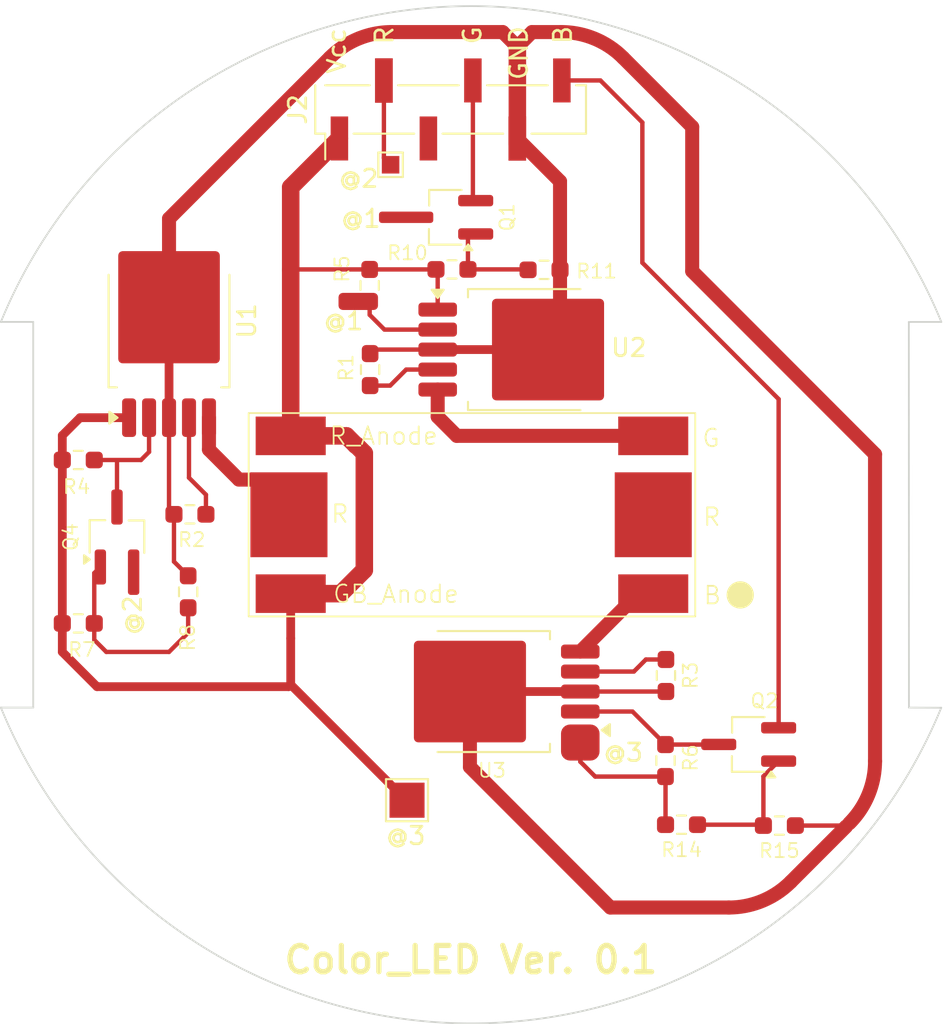
<source format=kicad_pcb>
(kicad_pcb (version 20241229) (generator "pcbnew") (generator_version "9.0")
  (layers (0 "F.Cu" signal) (2 "B.Cu" signal) (13 "F.Paste" user) (15 "B.Paste" user) (5 "F.SilkS" user "F.Silkscreen") (7 "B.SilkS" user "B.Silkscreen") (1 "F.Mask" user) (3 "B.Mask" user) (25 "Edge.Cuts" user))
  (net 0 "")
  (net 1 "/EN_R")
  (net 2 "/EN_G")
  (net 3 "GND")
  (net 4 "/EN_B")
  (net 5 "Net-(U2-Rs)")
  (net 6 "Net-(U1-Rs)")
  (net 7 "Net-(U3-Rs)")
  (net 9 "/Cathode_R")
  (net 10 "/5V")
  (net 11 "/Cathode_G")
  (net 12 "/Cathode_B")
  (net 13 "Net-(Q1-D)")
  (net 14 "Net-(Q1-G)")
  (net 15 "Net-(Q2-D)")
  (net 16 "Net-(Q2-G)")
  (net 17 "Net-(Q4-G)")
  (net 18 "Net-(Q4-D)")
  (footprint "Package_TO_SOT_SMD:TO-252-5_TabPin3" (layer "F.Cu") (at 144.9918 79.7316)
    (property "Reference" "U2" (at 5.8736 -0.107 0) (layer "F.SilkS"))
    (property "Value" "NJW4617")
    (fp_line (start -3.31 -3.45) (end -3.31 -2.98) (stroke (width 0.12)) (layer "F.SilkS"))
    (fp_line (start -3.31 3.45) (end -3.31 2.98) (stroke (width 0.12)) (layer "F.SilkS"))
    (fp_line (start 3.11 -3.45) (end -3.31 -3.45) (stroke (width 0.12)) (layer "F.SilkS"))
    (fp_line (start 3.11 3.45) (end -3.31 3.45) (stroke (width 0.12)) (layer "F.SilkS"))
    (fp_poly (pts (xy -5.04 -2.94) (xy -5.38 -3.41) (xy -4.7 -3.41)) (stroke (width 0.12)) (fill yes) (layer "F.SilkS"))
    (pad "1" smd roundrect (at -5.04 -2.28) (size 2.2 0.8) (layers "F.Cu" "F.Mask" "F.Paste") (net 10 "/5V"))
    (pad "2" smd roundrect (at -5.04 -1.14) (size 2.2 0.8) (layers "F.Cu" "F.Mask" "F.Paste") (net 13 "Net-(Q1-D)"))
    (pad "3" smd roundrect (at -5.04 0) (size 2.2 0.8) (layers "F.Cu" "F.Mask" "F.Paste") (net 3 "GND"))
    (pad "3" smd roundrect (at 1.26 0) (size 6.4 5.8) (layers "F.Cu" "F.Mask") (roundrect_rratio 0.043103) (net 3 "GND"))
    (pad "4" smd roundrect (at -5.04 1.14) (size 2.2 0.8) (layers "F.Cu" "F.Mask" "F.Paste") (net 5 "Net-(U2-Rs)"))
    (pad "5" smd roundrect (at -5.04 2.28) (size 2.2 0.8) (layers "F.Cu" "F.Mask" "F.Paste") (net 11 "/Cathode_G"))
  )
  (footprint "kicad8-2:EP204-150G1R1B1-CA" (layer "F.Cu") (at 141.859 89.154 180)
    (property "Reference" "D1" (hide yes))
    (property "Value" "EP204K-150G1R1B1-CA")
    (fp_rect (start -12.8 -5.8) (end 12.7 5.8) (stroke (width 0.1)) (fill no) (layer "F.SilkS"))
    (fp_circle (center -15.367 -4.572) (end -14.638989 -4.572) (stroke (width 0.1)) (fill yes) (layer "F.SilkS"))
    (fp_text user "GB_Anode" (at 7.9502 -5.1054 0) (layer "F.SilkS") (effects (font (thickness 0.1)) (justify left bottom)))
    (fp_text user "R" (at 8.0518 -0.5334 0) (layer "F.SilkS") (effects (font (thickness 0.1)) (justify left bottom)))
    (fp_text user "R" (at -13.1826 -0.7112 0) (layer "F.SilkS") (effects (font (thickness 0.1)) (justify left bottom)))
    (fp_text user "B" (at -13.208 -5.1816 0) (layer "F.SilkS") (effects (font (thickness 0.1)) (justify left bottom)))
    (fp_text user "G" (at -13.1318 3.7846 0) (layer "F.SilkS") (effects (font (thickness 0.1)) (justify left bottom)))
    (fp_text user "R_Anode" (at 8.1534 3.9116 0) (layer "F.SilkS") (effects (font (thickness 0.1)) (justify left bottom)))
    (pad "1" smd custom (at -10.4 -4.5 180) (size 4 2.2) (layers "F.Cu" "F.Mask" "F.Paste") (net 12 "/Cathode_B") (options (clearance outline) (anchor rect)) (primitives))
    (pad "2" smd custom (at -10.4 0 180) (size 4.4 4.84) (layers "F.Cu" "F.Mask" "F.Paste") (net 9 "/Cathode_R") (options (clearance outline) (anchor rect)) (primitives))
    (pad "3" smd custom (at -10.4 4.5 180) (size 4 2.2) (layers "F.Cu" "F.Mask" "F.Paste") (net 11 "/Cathode_G") (options (clearance outline) (anchor rect)) (primitives))
    (pad "4" smd custom (at 10.3 4.5 180) (size 4 2.2) (layers "F.Cu" "F.Mask" "F.Paste") (net 10 "/5V") (options (clearance outline) (anchor rect)) (primitives))
    (pad "5" smd custom (at 10.4 0 180) (size 4.4 4.84) (layers "F.Cu" "F.Mask" "F.Paste") (net 9 "/Cathode_R") (options (clearance outline) (anchor rect)) (primitives))
    (pad "6" smd custom (at 10.3 -4.5 180) (size 4 2.2) (layers "F.Cu" "F.Mask" "F.Paste") (net 10 "/5V") (options (clearance outline) (anchor rect)) (primitives))
  )
  (footprint "Resistor_SMD:R_0603_1608Metric_Pad0.98x0.95mm_HandSolder" (layer "F.Cu") (at 159.4612 106.8832 180)
    (property "Reference" "R15" (at 0 -1.43 0) (layer "F.SilkS") (effects (font (size 0.8 0.8) (thickness 0.1))))
    (property "Value" "2.2k")
    (fp_line (start -0.254724 0.5225) (end 0.254724 0.5225) (stroke (width 0.12)) (layer "F.SilkS"))
    (fp_line (start -0.254724 -0.5225) (end 0.254724 -0.5225) (stroke (width 0.12)) (layer "F.SilkS"))
    (pad "1" smd roundrect (at -0.9125 0 180) (size 0.975 0.95) (layers "F.Cu" "F.Mask" "F.Paste") (net 3 "GND"))
    (pad "2" smd roundrect (at 0.9125 0 180) (size 0.975 0.95) (layers "F.Cu" "F.Mask" "F.Paste") (net 16 "Net-(Q2-G)"))
  )
  (footprint "Package_TO_SOT_SMD:TSOT-23_HandSoldering" (layer "F.Cu") (at 157.7086 102.2545 180)
    (property "Reference" "Q2" (at -0.905 2.4833 0) (layer "F.SilkS") (effects (font (size 0.8 0.8) (thickness 0.1))))
    (property "Value" "BSS84")
    (fp_line (start 0.96 -1.56) (end 0.96 -0.67) (stroke (width 0.12)) (layer "F.SilkS"))
    (fp_line (start 0.96 -1.56) (end -0.89 -1.56) (stroke (width 0.12)) (layer "F.SilkS"))
    (fp_line (start 0.945 1.56) (end -0.905 1.56) (stroke (width 0.12)) (layer "F.SilkS"))
    (fp_line (start 0.945 0.67) (end 0.945 1.56) (stroke (width 0.12)) (layer "F.SilkS"))
    (fp_poly (pts (xy -1.28 -1.55) (xy -1.52 -1.88) (xy -1.04 -1.88) (xy -1.28 -1.55)) (stroke (width 0.12)) (fill yes) (layer "F.SilkS"))
    (pad "1" smd roundrect (at -1.71 -0.95 180) (size 2 0.65) (layers "F.Cu" "F.Mask" "F.Paste") (net 16 "Net-(Q2-G)"))
    (pad "2" smd roundrect (at -1.71 0.95 180) (size 2 0.65) (layers "F.Cu" "F.Mask" "F.Paste") (net 4 "/EN_B"))
    (pad "3" smd roundrect (at 1.71 0 180) (size 2 0.65) (layers "F.Cu" "F.Mask" "F.Paste") (net 15 "Net-(Q2-D)"))
  )
  (footprint "Resistor_SMD:R_0603_1608Metric_Pad0.98x0.95mm_HandSolder" (layer "F.Cu") (at 119.4308 86.0298)
    (property "Reference" "R4" (at -0.1016 1.524 0) (layer "F.SilkS") (effects (font (size 0.8 0.8) (thickness 0.1))))
    (property "Value" "10k")
    (fp_line (start -0.254724 -0.5225) (end 0.254724 -0.5225) (stroke (width 0.12)) (layer "F.SilkS"))
    (fp_line (start -0.254724 0.5225) (end 0.254724 0.5225) (stroke (width 0.12)) (layer "F.SilkS"))
    (pad "1" smd roundrect (at -0.9125 0) (size 0.975 0.95) (layers "F.Cu" "F.Mask" "F.Paste") (net 10 "/5V"))
    (pad "2" smd roundrect (at 0.9125 0) (size 0.975 0.95) (layers "F.Cu" "F.Mask" "F.Paste") (net 18 "Net-(Q4-D)"))
  )
  (footprint "Resistor_SMD:R_0603_1608Metric_Pad0.98x0.95mm_HandSolder" (layer "F.Cu") (at 136.0932 80.8736 -90)
    (property "Reference" "R1" (at -0.1016 1.3716 90) (layer "F.SilkS") (effects (font (size 0.8 0.8) (thickness 0.1))))
    (property "Value" "10")
    (fp_line (start -0.254724 0.5225) (end 0.254724 0.5225) (stroke (width 0.12)) (layer "F.SilkS"))
    (fp_line (start -0.254724 -0.5225) (end 0.254724 -0.5225) (stroke (width 0.12)) (layer "F.SilkS"))
    (pad "1" smd roundrect (at -0.9125 0 270) (size 0.975 0.95) (layers "F.Cu" "F.Mask" "F.Paste") (net 3 "GND"))
    (pad "2" smd roundrect (at 0.9125 0 270) (size 0.975 0.95) (layers "F.Cu" "F.Mask" "F.Paste") (net 5 "Net-(U2-Rs)"))
  )
  (footprint "Resistor_SMD:R_0603_1608Metric_Pad0.98x0.95mm_HandSolder" (layer "F.Cu") (at 119.4308 95.3516 180)
    (property "Reference" "R7" (at -0.2032 -1.4986 0) (layer "F.SilkS") (effects (font (size 0.8 0.8) (thickness 0.1))))
    (property "Value" "3.3k")
    (fp_line (start -0.254724 0.5225) (end 0.254724 0.5225) (stroke (width 0.12)) (layer "F.SilkS"))
    (fp_line (start -0.254724 -0.5225) (end 0.254724 -0.5225) (stroke (width 0.12)) (layer "F.SilkS"))
    (pad "1" smd roundrect (at -0.9125 0 180) (size 0.975 0.95) (layers "F.Cu" "F.Mask" "F.Paste") (net 17 "Net-(Q4-G)"))
    (pad "2" smd roundrect (at 0.9125 0 180) (size 0.975 0.95) (layers "F.Cu" "F.Mask" "F.Paste") (net 10 "/5V"))
  )
  (footprint "MountingHole:MountingHole_4.3mm_M4" (layer "F.Cu") (at 124.5882 104.66)
    (property "Reference" "REF**" (hide yes))
    (property "Value" "MountingHole_4.3mm_M4")
    (pad "" np_thru_hole circle (at 0 0) (size 4.3 4.3) (drill 4.3) (layers "*.Cu" "*.Mask"))
  )
  (footprint "Resistor_SMD:R_0603_1608Metric_Pad0.98x0.95mm_HandSolder" (layer "F.Cu") (at 152.9588 103.1748 90)
    (property "Reference" "R6" (at 0.1524 1.4224 90) (layer "F.SilkS") (effects (font (size 0.8 0.8) (thickness 0.1))))
    (property "Value" "10k")
    (fp_line (start -0.254724 -0.5225) (end 0.254724 -0.5225) (stroke (width 0.12)) (layer "F.SilkS"))
    (fp_line (start -0.254724 0.5225) (end 0.254724 0.5225) (stroke (width 0.12)) (layer "F.SilkS"))
    (pad "1" smd roundrect (at -0.9125 0 90) (size 0.975 0.95) (layers "F.Cu" "F.Mask" "F.Paste") (net 10 "/5V"))
    (pad "2" smd roundrect (at 0.9125 0 90) (size 0.975 0.95) (layers "F.Cu" "F.Mask" "F.Paste") (net 15 "Net-(Q2-D)"))
  )
  (footprint "Resistor_SMD:R_0603_1608Metric_Pad0.98x0.95mm_HandSolder" (layer "F.Cu") (at 136.0678 76.073 -90)
    (property "Reference" "R5" (at -0.9398 1.5748 90) (layer "F.SilkS") (effects (font (size 0.8 0.8) (thickness 0.1))))
    (property "Value" "10k")
    (fp_line (start -0.254724 0.5225) (end 0.254724 0.5225) (stroke (width 0.12)) (layer "F.SilkS"))
    (fp_line (start -0.254724 -0.5225) (end 0.254724 -0.5225) (stroke (width 0.12)) (layer "F.SilkS"))
    (pad "1" smd roundrect (at -0.9125 0 270) (size 0.975 0.95) (layers "F.Cu" "F.Mask" "F.Paste") (net 10 "/5V"))
    (pad "2" smd roundrect (at 0.9125 0.6515 270) (size 0.975 2.253) (layers "F.Cu" "F.Mask" "F.Paste") (net 13 "Net-(Q1-D)"))
  )
  (footprint "Connector_PinHeader_2.54mm:PinHeader_1x06_P2.54mm_Vertical_SMD_Pin1Left" (layer "F.Cu") (at 140.6906 66.036 90)
    (property "Reference" "J2" (at 0 -8.73 90) (layer "F.SilkS"))
    (property "Value" "Conn_01x06_Pin")
    (fp_line (start -1.38 -7.73) (end 1.38 -7.73) (stroke (width 0.12)) (layer "F.SilkS"))
    (fp_line (start -1.38 -7.73) (end -1.38 -7.16) (stroke (width 0.12)) (layer "F.SilkS"))
    (fp_line (start 1.38 -7.16) (end 1.38 -4.62) (stroke (width 0.12)) (layer "F.SilkS"))
    (fp_line (start -1.38 -7.16) (end -2.85 -7.16) (stroke (width 0.12)) (layer "F.SilkS"))
    (fp_line (start -1.38 -5.54) (end -1.38 -2.08) (stroke (width 0.12)) (layer "F.SilkS"))
    (fp_line (start 1.38 -3) (end 1.38 0.46) (stroke (width 0.12)) (layer "F.SilkS"))
    (fp_line (start -1.38 -0.46) (end -1.38 3) (stroke (width 0.12)) (layer "F.SilkS"))
    (fp_line (start 1.38 2.08) (end 1.38 5.54) (stroke (width 0.12)) (layer "F.SilkS"))
    (fp_line (start -1.38 4.62) (end -1.38 7.73) (stroke (width 0.12)) (layer "F.SilkS"))
    (fp_line (start 1.38 7.16) (end 1.38 7.73) (stroke (width 0.12)) (layer "F.SilkS"))
    (fp_line (start -1.38 7.73) (end 1.38 7.73) (stroke (width 0.12)) (layer "F.SilkS"))
    (pad "1" smd rect (at -1.655 -6.35 90) (size 2.51 1) (layers "F.Cu" "F.Mask" "F.Paste") (net 10 "/5V"))
    (pad "2" smd rect (at 1.651 -3.81 90) (size 2.54 1.016) (layers "F.Cu" "F.Mask" "F.Paste") (net 1 "/EN_R"))
    (pad "3" smd rect (at -1.655 -1.27 90) (size 2.51 1) (layers "F.Cu" "F.Mask" "F.Paste"))
    (pad "4" smd rect (at 1.655 1.27 90) (size 2.51 1) (layers "F.Cu" "F.Mask" "F.Paste") (net 2 "/EN_G"))
    (pad "5" smd rect (at -1.6605 3.806 90) (size 2.521 1.008) (layers "F.Cu" "F.Mask" "F.Paste") (net 3 "GND"))
    (pad "6" smd rect (at 1.655 6.35 90) (size 2.51 1) (layers "F.Cu" "F.Mask" "F.Paste") (net 4 "/EN_B"))
  )
  (footprint "Package_TO_SOT_SMD:TSOT-23_HandSoldering" (layer "F.Cu") (at 121.6406 90.424 90)
    (property "Reference" "Q4" (at 0 -2.65 90) (layer "F.SilkS") (effects (font (size 0.8 0.8) (thickness 0.1))))
    (property "Value" "BSS84")
    (fp_line (start 0.96 -1.56) (end -0.89 -1.56) (stroke (width 0.12)) (layer "F.SilkS"))
    (fp_line (start 0.96 -1.56) (end 0.96 -0.67) (stroke (width 0.12)) (layer "F.SilkS"))
    (fp_line (start 0.945 0.67) (end 0.945 1.56) (stroke (width 0.12)) (layer "F.SilkS"))
    (fp_line (start 0.945 1.56) (end -0.905 1.56) (stroke (width 0.12)) (layer "F.SilkS"))
    (fp_poly (pts (xy -1.28 -1.55) (xy -1.52 -1.88) (xy -1.04 -1.88) (xy -1.28 -1.55)) (stroke (width 0.12)) (fill yes) (layer "F.SilkS"))
    (pad "1" smd roundrect (at -1.71 -0.95 90) (size 2 0.65) (layers "F.Cu" "F.Mask" "F.Paste") (net 17 "Net-(Q4-G)"))
    (pad "2" smd roundrect (at -2.006 0.95 90) (size 2.592 0.65) (layers "F.Cu" "F.Mask" "F.Paste") (net 1 "/EN_R"))
    (pad "3" smd roundrect (at 1.71 0 90) (size 2 0.65) (layers "F.Cu" "F.Mask" "F.Paste") (net 18 "Net-(Q4-D)"))
  )
  (footprint "TestPoint:TestPoint_Pad_1.0x1.0mm" (layer "F.Cu") (at 137.2616 69.1896)
    (property "Reference" "REF**" (hide yes))
    (property "Value" "TestPoint_Pad_1.0x1.0mm")
    (fp_line (start -0.7 -0.7) (end 0.7 -0.7) (stroke (width 0.12)) (layer "F.SilkS"))
    (fp_line (start -0.7 0.7) (end -0.7 -0.7) (stroke (width 0.12)) (layer "F.SilkS"))
    (fp_line (start 0.7 -0.7) (end 0.7 0.7) (stroke (width 0.12)) (layer "F.SilkS"))
    (fp_line (start 0.7 0.7) (end -0.7 0.7) (stroke (width 0.12)) (layer "F.SilkS"))
    (pad "1" smd rect (at 0 0) (size 1 1) (layers "F.Cu" "F.Mask") (net 1 "/EN_R"))
  )
  (footprint "Resistor_SMD:R_0603_1608Metric_Pad0.98x0.95mm_HandSolder" (layer "F.Cu") (at 140.7668 75.1586 180)
    (property "Reference" "R10" (at 2.54 0.9398 0) (layer "F.SilkS") (effects (font (size 0.8 0.8) (thickness 0.1))))
    (property "Value" "3.3k")
    (fp_line (start -0.254724 0.5225) (end 0.254724 0.5225) (stroke (width 0.12)) (layer "F.SilkS"))
    (fp_line (start -0.254724 -0.5225) (end 0.254724 -0.5225) (stroke (width 0.12)) (layer "F.SilkS"))
    (pad "1" smd roundrect (at -0.9125 0 180) (size 0.975 0.95) (layers "F.Cu" "F.Mask" "F.Paste") (net 14 "Net-(Q1-G)"))
    (pad "2" smd roundrect (at 0.9125 0 180) (size 0.975 0.95) (layers "F.Cu" "F.Mask" "F.Paste") (net 10 "/5V"))
  )
  (footprint "Package_TO_SOT_SMD:TSOT-23_HandSoldering" (layer "F.Cu") (at 140.4112 72.1868 180)
    (property "Reference" "Q1" (at -3.5052 0 90) (layer "F.SilkS") (effects (font (size 0.8 0.8) (thickness 0.1))))
    (property "Value" "BSS84")
    (fp_line (start 0.96 -1.56) (end 0.96 -0.67) (stroke (width 0.12)) (layer "F.SilkS"))
    (fp_line (start 0.96 -1.56) (end -0.89 -1.56) (stroke (width 0.12)) (layer "F.SilkS"))
    (fp_line (start 0.945 1.56) (end -0.905 1.56) (stroke (width 0.12)) (layer "F.SilkS"))
    (fp_line (start 0.945 0.67) (end 0.945 1.56) (stroke (width 0.12)) (layer "F.SilkS"))
    (fp_poly (pts (xy -1.28 -1.55) (xy -1.52 -1.88) (xy -1.04 -1.88) (xy -1.28 -1.55)) (stroke (width 0.12)) (fill yes) (layer "F.SilkS"))
    (pad "1" smd roundrect (at -1.71 -0.95 180) (size 2 0.65) (layers "F.Cu" "F.Mask" "F.Paste") (net 14 "Net-(Q1-G)"))
    (pad "2" smd roundrect (at -1.71 0.95 180) (size 2 0.65) (layers "F.Cu" "F.Mask" "F.Paste") (net 2 "/EN_G"))
    (pad "3" smd roundrect (at 2.26 0 180) (size 3.1 0.65) (layers "F.Cu" "F.Mask" "F.Paste") (net 13 "Net-(Q1-D)"))
  )
  (footprint "Resistor_SMD:R_0603_1608Metric_Pad0.98x0.95mm_HandSolder" (layer "F.Cu") (at 125.8062 89.1286)
    (property "Reference" "R2" (at 0.1016 1.4478 0) (layer "F.SilkS") (effects (font (size 0.8 0.8) (thickness 0.1))))
    (property "Value" "10")
    (fp_line (start -0.254724 -0.5225) (end 0.254724 -0.5225) (stroke (width 0.12)) (layer "F.SilkS"))
    (fp_line (start -0.254724 0.5225) (end 0.254724 0.5225) (stroke (width 0.12)) (layer "F.SilkS"))
    (pad "1" smd roundrect (at -0.9125 0) (size 0.975 0.95) (layers "F.Cu" "F.Mask" "F.Paste") (net 3 "GND"))
    (pad "2" smd roundrect (at 0.9125 0) (size 0.975 0.95) (layers "F.Cu" "F.Mask" "F.Paste") (net 6 "Net-(U1-Rs)"))
  )
  (footprint "Resistor_SMD:R_0603_1608Metric_Pad0.98x0.95mm_HandSolder" (layer "F.Cu") (at 146.0246 75.184 180)
    (property "Reference" "R11" (at -2.9972 -0.0762 0) (layer "F.SilkS") (effects (font (size 0.8 0.8) (thickness 0.1))))
    (property "Value" "2.2k")
    (fp_line (start -0.254724 0.5225) (end 0.254724 0.5225) (stroke (width 0.12)) (layer "F.SilkS"))
    (fp_line (start -0.254724 -0.5225) (end 0.254724 -0.5225) (stroke (width 0.12)) (layer "F.SilkS"))
    (pad "1" smd roundrect (at -0.9125 0 180) (size 0.975 0.95) (layers "F.Cu" "F.Mask" "F.Paste") (net 3 "GND"))
    (pad "2" smd roundrect (at 0.9125 0 180) (size 0.975 0.95) (layers "F.Cu" "F.Mask" "F.Paste") (net 14 "Net-(Q1-G)"))
  )
  (footprint "Package_TO_SOT_SMD:TO-252-5_TabPin3" (layer "F.Cu") (at 124.6124 78.5768 90)
    (property "Reference" "U1" (at 0.4808 4.445 90) (layer "F.SilkS"))
    (property "Value" "NJW4617")
    (fp_line (start 3.11 -3.45) (end -3.31 -3.45) (stroke (width 0.12)) (layer "F.SilkS"))
    (fp_line (start -3.31 -3.45) (end -3.31 -2.98) (stroke (width 0.12)) (layer "F.SilkS"))
    (fp_line (start 3.11 3.45) (end -3.31 3.45) (stroke (width 0.12)) (layer "F.SilkS"))
    (fp_line (start -3.31 3.45) (end -3.31 2.98) (stroke (width 0.12)) (layer "F.SilkS"))
    (fp_poly (pts (xy -5.04 -2.94) (xy -5.38 -3.41) (xy -4.7 -3.41)) (stroke (width 0.12)) (fill yes) (layer "F.SilkS"))
    (pad "1" smd roundrect (at -5.04 -2.28 90) (size 2.2 0.8) (layers "F.Cu" "F.Mask" "F.Paste") (net 10 "/5V"))
    (pad "2" smd roundrect (at -5.04 -1.14 90) (size 2.2 0.8) (layers "F.Cu" "F.Mask" "F.Paste") (net 18 "Net-(Q4-D)"))
    (pad "3" smd roundrect (at -5.04 0 90) (size 2.2 0.8) (layers "F.Cu" "F.Mask" "F.Paste") (net 3 "GND"))
    (pad "3" smd roundrect (at 1.26 0 90) (size 6.4 5.8) (layers "F.Cu" "F.Mask") (roundrect_rratio 0.043103) (net 3 "GND"))
    (pad "4" smd roundrect (at -5.04 1.14 90) (size 2.2 0.8) (layers "F.Cu" "F.Mask" "F.Paste") (net 6 "Net-(U1-Rs)"))
    (pad "5" smd roundrect (at -5.04 2.28 90) (size 2.2 0.8) (layers "F.Cu" "F.Mask" "F.Paste") (net 9 "/Cathode_R"))
  )
  (footprint "Package_TO_SOT_SMD:TO-252-5_TabPin3" (layer "F.Cu") (at 143.0528 99.2378 180)
    (property "Reference" "U3" (at 0 -4.5 0) (layer "F.SilkS") (effects (font (size 0.8 0.8) (thickness 0.1))))
    (property "Value" "NJW4617")
    (fp_line (start 3.11 3.45) (end -3.31 3.45) (stroke (width 0.12)) (layer "F.SilkS"))
    (fp_line (start 3.11 -3.45) (end -3.31 -3.45) (stroke (width 0.12)) (layer "F.SilkS"))
    (fp_line (start -3.31 3.45) (end -3.31 2.98) (stroke (width 0.12)) (layer "F.SilkS"))
    (fp_line (start -3.31 -3.45) (end -3.31 -2.98) (stroke (width 0.12)) (layer "F.SilkS"))
    (fp_poly (pts (xy -6.261 -2.2) (xy -6.731 -1.86) (xy -6.731 -2.54)) (stroke (width 0.12)) (fill yes) (layer "F.SilkS"))
    (pad "1" smd roundrect (at -5.04 -2.9085 180) (size 2.2 2.057) (layers "F.Cu" "F.Mask" "F.Paste") (net 10 "/5V"))
    (pad "2" smd roundrect (at -5.04 -1.14 180) (size 2.2 0.8) (layers "F.Cu" "F.Mask" "F.Paste") (net 15 "Net-(Q2-D)"))
    (pad "3" smd roundrect (at -5.04 0 180) (size 2.2 0.8) (layers "F.Cu" "F.Mask" "F.Paste") (net 3 "GND"))
    (pad "3" smd roundrect (at 1.26 0 180) (size 6.4 5.8) (layers "F.Cu" "F.Mask") (roundrect_rratio 0.043103) (net 3 "GND"))
    (pad "4" smd roundrect (at -5.04 1.14 180) (size 2.2 0.8) (layers "F.Cu" "F.Mask" "F.Paste") (net 7 "Net-(U3-Rs)"))
    (pad "5" smd roundrect (at -5.04 2.28 180) (size 2.2 0.8) (layers "F.Cu" "F.Mask" "F.Paste") (net 12 "/Cathode_B"))
  )
  (footprint "TestPoint:TestPoint_Pad_2.0x2.0mm" (layer "F.Cu") (at 138.2014 105.4354)
    (property "Reference" "REF**" (hide yes))
    (property "Value" "TestPoint_Pad_2.0x2.0mm")
    (fp_line (start -1.2 -1.2) (end 1.2 -1.2) (stroke (width 0.12)) (layer "F.SilkS"))
    (fp_line (start -1.2 1.2) (end -1.2 -1.2) (stroke (width 0.12)) (layer "F.SilkS"))
    (fp_line (start 1.2 -1.2) (end 1.2 1.2) (stroke (width 0.12)) (layer "F.SilkS"))
    (fp_line (start 1.2 1.2) (end -1.2 1.2) (stroke (width 0.12)) (layer "F.SilkS"))
    (pad "1" smd rect (at 0 0) (size 2 2) (layers "F.Cu" "F.Mask") (net 10 "/5V"))
  )
  (footprint "Resistor_SMD:R_0603_1608Metric_Pad0.98x0.95mm_HandSolder" (layer "F.Cu") (at 152.9842 98.3215 90)
    (property "Reference" "R3" (at 0 1.397 90) (layer "F.SilkS") (effects (font (size 0.8 0.8) (thickness 0.1))))
    (property "Value" "10")
    (fp_line (start -0.254724 -0.5225) (end 0.254724 -0.5225) (stroke (width 0.12)) (layer "F.SilkS"))
    (fp_line (start -0.254724 0.5225) (end 0.254724 0.5225) (stroke (width 0.12)) (layer "F.SilkS"))
    (pad "1" smd roundrect (at -0.9125 0 90) (size 0.975 0.95) (layers "F.Cu" "F.Mask" "F.Paste") (net 3 "GND"))
    (pad "2" smd roundrect (at 0.9125 0 90) (size 0.975 0.95) (layers "F.Cu" "F.Mask" "F.Paste") (net 7 "Net-(U3-Rs)"))
  )
  (footprint "Resistor_SMD:R_0603_1608Metric_Pad0.98x0.95mm_HandSolder" (layer "F.Cu") (at 125.7046 93.5482 -90)
    (property "Reference" "R8" (at 2.6162 0.0254 90) (layer "F.SilkS") (effects (font (size 0.8 0.8) (thickness 0.1))))
    (property "Value" "2.2k")
    (fp_line (start -0.254724 0.5225) (end 0.254724 0.5225) (stroke (width 0.12)) (layer "F.SilkS"))
    (fp_line (start -0.254724 -0.5225) (end 0.254724 -0.5225) (stroke (width 0.12)) (layer "F.SilkS"))
    (pad "1" smd roundrect (at -0.9125 0 270) (size 0.975 0.95) (layers "F.Cu" "F.Mask" "F.Paste") (net 3 "GND"))
    (pad "2" smd roundrect (at 0.9125 0 270) (size 0.975 0.95) (layers "F.Cu" "F.Mask" "F.Paste") (net 17 "Net-(Q4-G)"))
  )
  (footprint "MountingHole:MountingHole_4.3mm_M4" (layer "F.Cu") (at 159.6136 73.66)
    (property "Reference" "REF**" (hide yes))
    (property "Value" "MountingHole_4.3mm_M4")
    (pad "" np_thru_hole circle (at 0 0) (size 4.3 4.3) (drill 4.3) (layers "*.Cu" "*.Mask"))
  )
  (footprint "Resistor_SMD:R_0603_1608Metric_Pad0.98x0.95mm_HandSolder" (layer "F.Cu") (at 153.8732 106.8324 180)
    (property "Reference" "R14" (at 0 -1.43 0) (layer "F.SilkS") (effects (font (size 0.8 0.8) (thickness 0.1))))
    (property "Value" "3.3k")
    (fp_line (start -0.254724 0.5225) (end 0.254724 0.5225) (stroke (width 0.12)) (layer "F.SilkS"))
    (fp_line (start -0.254724 -0.5225) (end 0.254724 -0.5225) (stroke (width 0.12)) (layer "F.SilkS"))
    (pad "1" smd roundrect (at -0.9125 0 180) (size 0.975 0.95) (layers "F.Cu" "F.Mask" "F.Paste") (net 16 "Net-(Q2-G)"))
    (pad "2" smd roundrect (at 0.9125 0 180) (size 0.975 0.95) (layers "F.Cu" "F.Mask" "F.Paste") (net 10 "/5V"))
  )
  (gr_line (start 116.859 78.154) (end 115.0112 78.154) (stroke (width 0.1)) (layer "Edge.Cuts"))
  (gr_line (start 166.8526 78.1558) (end 168.706799 78.1558) (stroke (width 0.1)) (layer "Edge.Cuts"))
  (gr_line (start 166.8526 78.1558) (end 166.859 100.1522) (stroke (width 0.1)) (layer "Edge.Cuts"))
  (gr_arc (start 115.0112 78.1558) (mid 141.859 60.140817) (end 168.7068 78.1558) (stroke (width 0.1)) (layer "Edge.Cuts"))
  (gr_line (start 116.859 100.1522) (end 115.0112 100.1522) (stroke (width 0.1)) (layer "Edge.Cuts"))
  (gr_arc (start 168.703146 100.161117) (mid 141.854182 118.167183) (end 115.0112 100.1522) (stroke (width 0.1)) (layer "Edge.Cuts"))
  (gr_line (start 116.859 78.154) (end 116.859 100.1522) (stroke (width 0.1)) (layer "Edge.Cuts"))
  (gr_line (start 166.859 100.1522) (end 168.703146 100.161116) (stroke (width 0.1)) (layer "Edge.Cuts"))
  (gr_text "Color_LED Ver. 0.1" (at 131.0386 115.4176 0) (layer "F.SilkS") (effects (font (size 1.5 1.5) (thickness 0.3) (bold yes)) (justify left bottom)))
  (gr_text "@3" (at 149.3266 103.3018 0) (layer "F.SilkS") (effects (font (size 1 1)) (justify left bottom)))
  (gr_text "@1" (at 134.3406 72.8472 0) (layer "F.SilkS") (effects (font (size 1 1)) (justify left bottom)))
  (gr_text "R" (at 137.4902 62.4078 90) (layer "F.SilkS") (effects (font (size 1 1)) (justify left bottom)))
  (gr_text "B" (at 147.6756 62.3824 90) (layer "F.SilkS") (effects (font (size 1 1)) (justify left bottom)))
  (gr_text "@1" (at 133.35 78.6892 0) (layer "F.SilkS") (effects (font (size 1 1)) (justify left bottom)))
  (gr_text "@2" (at 134.2136 70.5612 0) (layer "F.SilkS") (effects (font (size 1 1)) (justify left bottom)))
  (gr_text "G" (at 142.5194 62.4078 90) (layer "F.SilkS") (effects (font (size 1 1)) (justify left bottom)))
  (gr_text "Vcc" (at 134.7724 64.0842 90) (layer "F.SilkS") (effects (font (size 1 1)) (justify left bottom)))
  (gr_text "@3" (at 136.906 108.0516 0) (layer "F.SilkS") (effects (font (size 1 1)) (justify left bottom)))
  (gr_text "GND" (at 145.161 64.4398 90) (layer "F.SilkS") (effects (font (size 1 1)) (justify left bottom)))
  (gr_text "@2" (at 123.1138 96.1136 90) (layer "F.SilkS") (effects (font (size 1 1)) (justify left bottom)))
  (segment (start 136.8806 68.8086) (end 137.2616 69.1896) (width 0.25) (layer "F.Cu") (net 1))
  (segment (start 136.8806 64.385) (end 136.8806 68.8086) (width 0.25) (layer "F.Cu") (net 1))
  (segment (start 141.9606 71.0762) (end 142.1212 71.2368) (width 0.25) (layer "F.Cu") (net 2))
  (segment (start 142.1212 63.4534) (end 142.0622 63.3944) (width 0.25) (layer "F.Cu") (net 2))
  (segment (start 141.9606 64.381) (end 141.9606 71.0762) (width 0.25) (layer "F.Cu") (net 2))
  (segment (start 144.5006 62.4586) (end 145.3388 61.6204) (width 0.8) (layer "F.Cu") (net 3))
  (segment (start 139.9518 79.7316) (end 146.2518 79.7316) (width 0.5) (layer "F.Cu") (net 3))
  (segment (start 139.9518 79.7316) (end 136.3227 79.7316) (width 0.25) (layer "F.Cu") (net 3))
  (segment (start 145.3388 61.6204) (end 147.001532 61.6204) (width 0.8) (layer "F.Cu") (net 3))
  (segment (start 163.2204 106.8832) (end 163.2712 106.934) (width 0.25) (layer "F.Cu") (net 3))
  (segment (start 146.9371 75.184) (end 146.9371 79.0463) (width 0.8) (layer "F.Cu") (net 3))
  (segment (start 146.9371 79.0463) (end 146.2518 79.7316) (width 0.5) (layer "F.Cu") (net 3))
  (segment (start 149.8092 111.5568) (end 141.7928 103.5404) (width 0.8) (layer "F.Cu") (net 3))
  (segment (start 156.577332 111.5568) (end 149.8092 111.5568) (width 0.8) (layer "F.Cu") (net 3))
  (segment (start 148.0928 99.2378) (end 152.9804 99.2378) (width 0.25) (layer "F.Cu") (net 3))
  (segment (start 124.8937 89.1286) (end 124.8937 91.8248) (width 0.25) (layer "F.Cu") (net 3))
  (segment (start 124.6124 83.6168) (end 124.6124 88.8473) (width 0.25) (layer "F.Cu") (net 3))
  (segment (start 144.4966 67.6965) (end 146.939 70.1389) (width 0.8) (layer "F.Cu") (net 3))
  (segment (start 146.939 70.1389) (end 146.9371 70.1408) (width 0.5) (layer "F.Cu") (net 3))
  (segment (start 152.9804 99.2378) (end 152.9842 99.234) (width 0.25) (layer "F.Cu") (net 3))
  (segment (start 160.3737 106.8832) (end 163.2204 106.8832) (width 0.25) (layer "F.Cu") (net 3))
  (segment (start 164.9222 85.6996) (end 164.9222 103.211932) (width 0.8) (layer "F.Cu") (net 3))
  (segment (start 136.3227 79.7316) (end 136.0932 79.9611) (width 0.25) (layer "F.Cu") (net 3))
  (segment (start 146.9371 70.1408) (end 146.9371 75.184) (width 0.8) (layer "F.Cu") (net 3))
  (segment (start 163.457734 106.747466) (end 163.2712 106.934) (width 0.5) (layer "F.Cu") (net 3))
  (segment (start 150.537066 63.084866) (end 154.4828 67.0306) (width 0.8) (layer "F.Cu") (net 3))
  (segment (start 124.6124 88.8473) (end 124.8937 89.1286) (width 0.25) (layer "F.Cu") (net 3))
  (segment (start 124.6124 72.263) (end 124.6124 77.3168) (width 0.8) (layer "F.Cu") (net 3))
  (segment (start 133.790534 63.084866) (end 124.6124 72.263) (width 0.8) (layer "F.Cu") (net 3))
  (segment (start 154.4828 75.2602) (end 164.9222 85.6996) (width 0.8) (layer "F.Cu") (net 3))
  (segment (start 154.4828 67.0306) (end 154.4828 75.2602) (width 0.8) (layer "F.Cu") (net 3))
  (segment (start 148.0928 99.2378) (end 141.7928 99.2378) (width 0.5) (layer "F.Cu") (net 3))
  (segment (start 124.6124 83.6168) (end 124.6124 77.3168) (width 0.5) (layer "F.Cu") (net 3))
  (segment (start 163.2712 106.934) (end 160.112866 110.092334) (width 0.8) (layer "F.Cu") (net 3))
  (segment (start 143.6624 61.6204) (end 144.5006 62.4586) (width 0.8) (layer "F.Cu") (net 3))
  (segment (start 144.5006 62.4586) (end 144.5006 68.014) (width 1) (layer "F.Cu") (net 3))
  (segment (start 137.326068 61.6204) (end 143.6624 61.6204) (width 0.8) (layer "F.Cu") (net 3))
  (segment (start 141.7928 103.5404) (end 141.7928 99.2378) (width 0.8) (layer "F.Cu") (net 3))
  (segment (start 124.8937 91.8248) (end 125.7046 92.6357) (width 0.25) (layer "F.Cu") (net 3))
  (arc (start 160.112866 110.092334) (mid 158.490749 111.176198) (end 156.577332 111.5568) (width 0.8) (layer "F.Cu") (net 3))
  (arc (start 147.001532 61.6204) (mid 148.914949 62.001002) (end 150.537066 63.084866) (width 0.8) (layer "F.Cu") (net 3))
  (arc (start 137.326068 61.6204) (mid 135.412651 62.001002) (end 133.790534 63.084866) (width 0.8) (layer "F.Cu") (net 3))
  (arc (start 163.457734 106.747466) (mid 164.541598 105.125349) (end 164.9222 103.211932) (width 0.8) (layer "F.Cu") (net 3))
  (segment (start 151.638 66.7766) (end 151.638 74.7776) (width 0.25) (layer "F.Cu") (net 4))
  (segment (start 147.0406 64.381) (end 149.2424 64.381) (width 0.25) (layer "F.Cu") (net 4))
  (segment (start 149.2424 64.381) (end 151.638 66.7766) (width 0.25) (layer "F.Cu") (net 4))
  (segment (start 151.638 74.7776) (end 159.4186 82.5582) (width 0.25) (layer "F.Cu") (net 4))
  (segment (start 159.4186 82.5582) (end 159.4186 101.3045) (width 0.25) (layer "F.Cu") (net 4))
  (segment (start 137.2381 81.7861) (end 138.1526 80.8716) (width 0.25) (layer "F.Cu") (net 5))
  (segment (start 138.1526 80.8716) (end 139.9518 80.8716) (width 0.25) (layer "F.Cu") (net 5))
  (segment (start 136.0932 81.7861) (end 137.2381 81.7861) (width 0.25) (layer "F.Cu") (net 5))
  (segment (start 125.7524 87.0428) (end 126.7187 88.0091) (width 0.25) (layer "F.Cu") (net 6))
  (segment (start 125.7524 83.6168) (end 125.7524 87.0428) (width 0.25) (layer "F.Cu") (net 6))
  (segment (start 126.7187 88.0091) (end 126.7187 89.1286) (width 0.25) (layer "F.Cu") (net 6))
  (segment (start 148.0928 98.0978) (end 151.1524 98.0978) (width 0.25) (layer "F.Cu") (net 7))
  (segment (start 151.1524 98.0978) (end 151.8412 97.409) (width 0.25) (layer "F.Cu") (net 7))
  (segment (start 151.8412 97.409) (end 152.9842 97.409) (width 0.25) (layer "F.Cu") (net 7))
  (segment (start 126.8924 83.6168) (end 126.8924 85.4396) (width 0.8) (layer "F.Cu") (net 9))
  (segment (start 126.8924 85.4396) (end 128.6002 87.1474) (width 0.8) (layer "F.Cu") (net 9))
  (segment (start 128.6002 87.1474) (end 129.4524 87.1474) (width 0.8) (layer "F.Cu") (net 9))
  (segment (start 129.4524 87.1474) (end 131.459 89.154) (width 0.5) (layer "F.Cu") (net 9))
  (segment (start 131.4444 98.9584) (end 131.559 98.8438) (width 0.5) (layer "F.Cu") (net 10))
  (segment (start 131.559 98.8438) (end 138.1506 105.4354) (width 0.5) (layer "F.Cu") (net 10))
  (segment (start 131.5825 75.1605) (end 131.559 75.184) (width 0.25) (layer "F.Cu") (net 10))
  (segment (start 118.5183 86.0298) (end 118.5183 84.6309) (width 0.5) (layer "F.Cu") (net 10))
  (segment (start 136.0678 75.1605) (end 139.8524 75.1605) (width 0.25) (layer "F.Cu") (net 10))
  (segment (start 120.4976 98.9584) (end 131.4444 98.9584) (width 0.5) (layer "F.Cu") (net 10))
  (segment (start 131.559 70.4726) (end 134.3406 67.691) (width 1) (layer "F.Cu") (net 10))
  (segment (start 135.3058 85.1916) (end 135.763 85.6488) (width 1) (layer "F.Cu") (net 10))
  (segment (start 138.1506 105.4354) (end 138.2014 105.4354) (width 0.5) (layer "F.Cu") (net 10))
  (segment (start 134.4126 93.654) (end 131.559 93.654) (width 1) (layer "F.Cu") (net 10))
  (segment (start 148.0928 103.2364) (end 148.9437 104.0873) (width 0.25) (layer "F.Cu") (net 10))
  (segment (start 131.559 75.184) (end 131.559 84.654) (width 1) (layer "F.Cu") (net 10))
  (segment (start 148.9437 104.0873) (end 152.9588 104.0873) (width 0.25) (layer "F.Cu") (net 10))
  (segment (start 118.5183 95.3516) (end 118.5183 96.9791) (width 0.5) (layer "F.Cu") (net 10))
  (segment (start 119.5324 83.6168) (end 122.3324 83.6168) (width 0.5) (layer "F.Cu") (net 10))
  (segment (start 148.0928 101.8288) (end 148.0928 103.2364) (width 0.25) (layer "F.Cu") (net 10))
  (segment (start 152.9607 106.8324) (end 152.9607 104.0892) (width 0.25) (layer "F.Cu") (net 10))
  (segment (start 135.763 92.3036) (end 134.4126 93.654) (width 1) (layer "F.Cu") (net 10))
  (segment (start 118.5183 84.6309) (end 119.5324 83.6168) (width 0.5) (layer "F.Cu") (net 10))
  (segment (start 135.763 85.6488) (end 135.763 92.3036) (width 1) (layer "F.Cu") (net 10))
  (segment (start 118.5183 95.3516) (end 118.5183 86.0298) (width 0.5) (layer "F.Cu") (net 10))
  (segment (start 136.0678 75.1605) (end 131.5825 75.1605) (width 0.25) (layer "F.Cu") (net 10))
  (segment (start 131.559 96.2028) (end 131.559 93.654) (width 0.5) (layer "F.Cu") (net 10))
  (segment (start 139.9518 77.4516) (end 139.9518 75.2561) (width 0.25) (layer "F.Cu") (net 10))
  (segment (start 131.559 84.654) (end 134.7428 84.654) (width 1) (layer "F.Cu") (net 10))
  (segment (start 139.8524 75.1605) (end 139.8543 75.1586) (width 0.25) (layer "F.Cu") (net 10))
  (segment (start 131.559 96.2028) (end 131.559 98.8438) (width 0.5) (layer "F.Cu") (net 10))
  (segment (start 152.9607 104.0892) (end 152.9588 104.0873) (width 0.25) (layer "F.Cu") (net 10))
  (segment (start 139.9518 75.2561) (end 139.8543 75.1586) (width 0.25) (layer "F.Cu") (net 10))
  (segment (start 118.5183 96.9791) (end 120.4976 98.9584) (width 0.5) (layer "F.Cu") (net 10))
  (segment (start 134.7428 84.654) (end 135.2804 85.1916) (width 1) (layer "F.Cu") (net 10))
  (segment (start 131.559 75.184) (end 131.559 70.4726) (width 1) (layer "F.Cu") (net 10))
  (segment (start 135.2804 85.1916) (end 135.3058 85.1916) (width 1) (layer "F.Cu") (net 10))
  (segment (start 139.9518 83.5638) (end 141.042 84.654) (width 0.8) (layer "F.Cu") (net 11))
  (segment (start 141.042 84.654) (end 152.259 84.654) (width 0.8) (layer "F.Cu") (net 11))
  (segment (start 139.9518 82.0116) (end 139.9518 83.5638) (width 0.8) (layer "F.Cu") (net 11))
  (segment (start 151.3966 93.654) (end 152.259 93.654) (width 0.8) (layer "F.Cu") (net 12))
  (segment (start 148.0928 96.9578) (end 151.3966 93.654) (width 0.8) (layer "F.Cu") (net 12))
  (segment (start 136.0678 76.9855) (end 136.0678 77.7494) (width 0.25) (layer "F.Cu") (net 13))
  (segment (start 136.0678 77.7494) (end 136.91 78.5916) (width 0.25) (layer "F.Cu") (net 13))
  (segment (start 136.91 78.5916) (end 139.9518 78.5916) (width 0.25) (layer "F.Cu") (net 13))
  (segment (start 136.0151 77.0382) (end 136.0678 76.9855) (width 0.25) (layer "F.Cu") (net 13))
  (segment (start 141.6793 75.1586) (end 145.0867 75.1586) (width 0.25) (layer "F.Cu") (net 14))
  (segment (start 141.6793 75.1586) (end 141.6793 73.1664) (width 0.25) (layer "F.Cu") (net 14))
  (segment (start 145.0867 75.1586) (end 145.1121 75.184) (width 0.25) (layer "F.Cu") (net 14))
  (segment (start 148.0928 100.3778) (end 151.0743 100.3778) (width 0.25) (layer "F.Cu") (net 15))
  (segment (start 151.0743 100.3778) (end 152.9588 102.2623) (width 0.25) (layer "F.Cu") (net 15))
  (segment (start 152.9588 102.2623) (end 155.9908 102.2623) (width 0.25) (layer "F.Cu") (net 15))
  (segment (start 155.9908 102.2623) (end 155.9986 102.2545) (width 0.25) (layer "F.Cu") (net 15))
  (segment (start 158.4979 106.8324) (end 158.5487 106.8832) (width 0.25) (layer "F.Cu") (net 16))
  (segment (start 154.7857 106.8324) (end 158.4979 106.8324) (width 0.25) (layer "F.Cu") (net 16))
  (segment (start 158.5487 106.8832) (end 158.5487 104.0744) (width 0.25) (layer "F.Cu") (net 16))
  (segment (start 158.5487 104.0744) (end 159.4186 103.2045) (width 0.25) (layer "F.Cu") (net 16))
  (segment (start 121.031 96.9772) (end 120.3433 96.2895) (width 0.25) (layer "F.Cu") (net 17))
  (segment (start 120.3433 96.2895) (end 120.3433 95.3516) (width 0.25) (layer "F.Cu") (net 17))
  (segment (start 125.7046 95.885) (end 124.6124 96.9772) (width 0.25) (layer "F.Cu") (net 17))
  (segment (start 120.3433 92.4813) (end 120.6906 92.134) (width 0.25) (layer "F.Cu") (net 17))
  (segment (start 125.7046 94.4607) (end 125.7046 95.885) (width 0.25) (layer "F.Cu") (net 17))
  (segment (start 124.6124 96.9772) (end 121.031 96.9772) (width 0.25) (layer "F.Cu") (net 17))
  (segment (start 120.3433 95.3516) (end 120.3433 92.4813) (width 0.25) (layer "F.Cu") (net 17))
  (segment (start 123.4724 85.5696) (end 123.4724 83.6168) (width 0.25) (layer "F.Cu") (net 18))
  (segment (start 120.3433 86.0298) (end 121.6406 86.0298) (width 0.25) (layer "F.Cu") (net 18))
  (segment (start 121.6406 86.0298) (end 123.0122 86.0298) (width 0.25) (layer "F.Cu") (net 18))
  (segment (start 123.0122 86.0298) (end 123.4724 85.5696) (width 0.25) (layer "F.Cu") (net 18))
  (segment (start 121.6406 88.714) (end 121.6406 86.0298) (width 0.25) (layer "F.Cu") (net 18))
)
</source>
